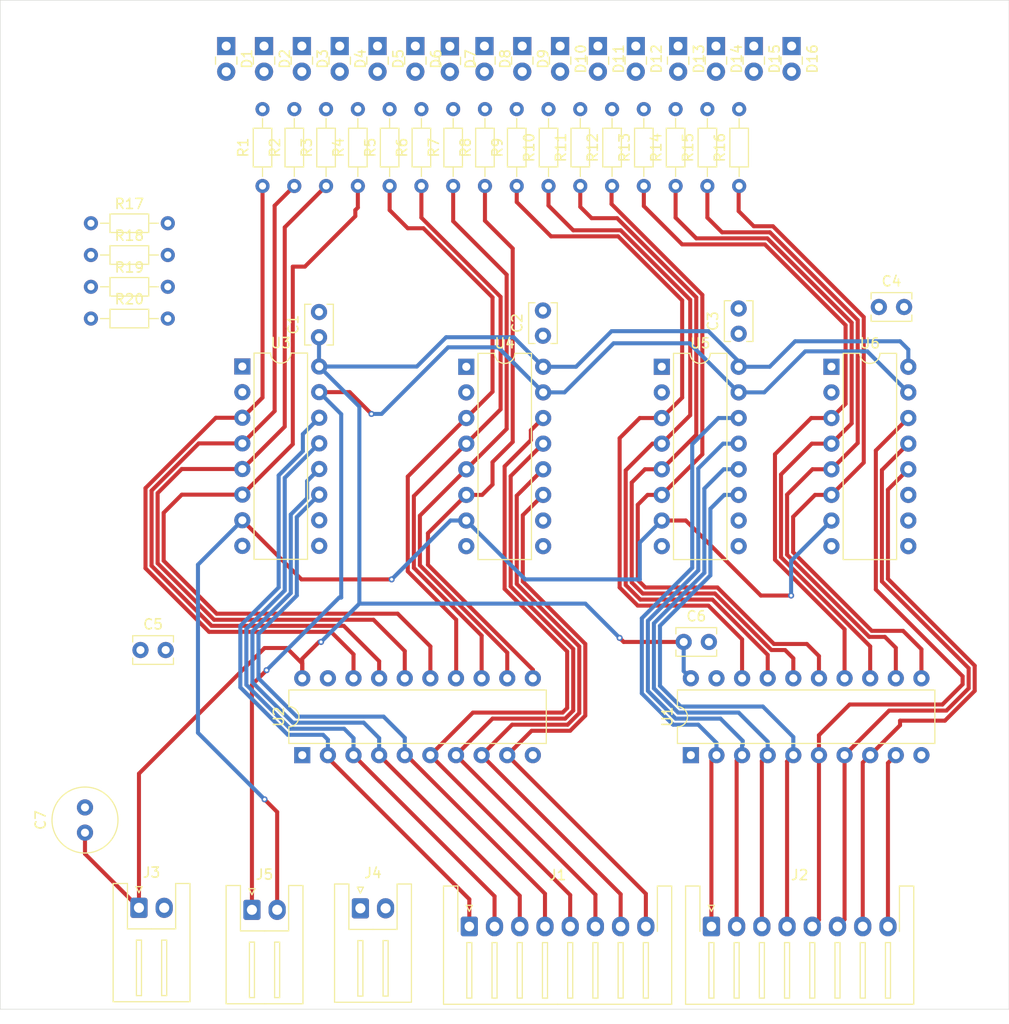
<source format=kicad_pcb>
(kicad_pcb (version 20240108) (generator "pcbnew") (generator_version "8.0")
  (layers (0 "F.Cu" signal) (31 "B.Cu" signal) (34 "B.Paste" user) (35 "F.Paste" user) (36 "B.SilkS" user "B.Silkscreen") (37 "F.SilkS" user "F.Silkscreen") (38 "B.Mask" user) (39 "F.Mask" user) (44 "Edge.Cuts" user))
  (net 0 "")
  (net 1 "GND")
  (net 2 "/B0")
  (net 3 "/B14")
  (net 4 "/B5")
  (net 5 "/B11")
  (net 6 "/B1")
  (net 7 "/B4")
  (net 8 "/B7")
  (net 9 "/B10")
  (net 10 "/B3")
  (net 11 "/B8")
  (net 12 "/B9")
  (net 13 "/B12")
  (net 14 "/B13")
  (net 15 "/B6")
  (net 16 "/B15")
  (net 17 "/B2")
  (net 18 "/DE_B")
  (net 19 "/CLK")
  (net 20 "/OE_B")
  (net 21 "+5V")
  (net 22 "/Y0")
  (net 23 "/Y1")
  (net 24 "/Y2")
  (net 25 "/Y3")
  (net 26 "/Y4")
  (net 27 "/Y5")
  (net 28 "/Y6")
  (net 29 "/Y7")
  (net 30 "/Y8")
  (net 31 "/Y9")
  (net 32 "/Y10")
  (net 33 "/Y11")
  (net 34 "/Y12")
  (net 35 "/Y13")
  (net 36 "/Y14")
  (net 37 "/Y15")
  (net 38 "/RST")
  (net 39 "Net-(D1-A)")
  (net 40 "Net-(D2-A)")
  (net 41 "Net-(D3-A)")
  (net 42 "Net-(D4-A)")
  (net 43 "Net-(D5-A)")
  (net 44 "Net-(D6-A)")
  (net 45 "Net-(D7-A)")
  (net 46 "Net-(D8-A)")
  (net 47 "Net-(D9-A)")
  (net 48 "Net-(D10-A)")
  (net 49 "Net-(D11-A)")
  (net 50 "Net-(D12-A)")
  (net 51 "Net-(D13-A)")
  (net 52 "Net-(D14-A)")
  (net 53 "Net-(D15-A)")
  (net 54 "Net-(D16-A)")
  (footprint "LED_THT:LED_Rectangular_W3.0mm_H2.0mm" (layer "F.Cu") (at 90.95 24.54 -90)
    (property "Reference" "D14")
    (property "Value" "LED" (hide yes))
  )
  (footprint "MountingHole:MountingHole_2.1mm" (layer "F.Cu") (at 116 24)
    (property "Reference" "H2" (hide yes))
    (property "Value" "MountingHole" (hide yes))
  )
  (footprint "Resistor_THT:R_Axial_DIN0204_L3.6mm_D1.6mm_P7.62mm_Horizontal" (layer "F.Cu") (at 61.75 38.41 90)
    (property "Reference" "R6")
    (property "Value" "1k")
  )
  (footprint "LED_THT:LED_Rectangular_W3.0mm_H2.0mm" (layer "F.Cu") (at 49.9 24.54 -90)
    (property "Reference" "D3")
    (property "Value" "LED" (hide yes))
  )
  (footprint "LED_THT:LED_Rectangular_W3.0mm_H2.0mm" (layer "F.Cu") (at 46.15 24.54 -90)
    (property "Reference" "D2")
    (property "Value" "LED" (hide yes))
  )
  (footprint "Connector_JST:JST_XH_S2B-XH-A_1x02_P2.50mm_Horizontal" (layer "F.Cu") (at 44.95 110.15)
    (property "Reference" "J5")
    (property "Value" "Conn_01x02_Pin" (hide yes))
  )
  (footprint "Resistor_THT:R_Axial_DIN0204_L3.6mm_D1.6mm_P7.62mm_Horizontal" (layer "F.Cu") (at 93.25 38.41 90)
    (property "Reference" "R16")
    (property "Value" "1k")
  )
  (footprint "Resistor_THT:R_Axial_DIN0204_L3.6mm_D1.6mm_P7.62mm_Horizontal" (layer "F.Cu") (at 86.95 38.41 90)
    (property "Reference" "R14")
    (property "Value" "1k")
  )
  (footprint "LED_THT:LED_Rectangular_W3.0mm_H2.0mm" (layer "F.Cu") (at 79.25 24.54 -90)
    (property "Reference" "D11")
    (property "Value" "LED" (hide yes))
  )
  (footprint "Resistor_THT:R_Axial_DIN0204_L3.6mm_D1.6mm_P7.62mm_Horizontal" (layer "F.Cu") (at 77.5 38.41 90)
    (property "Reference" "R11")
    (property "Value" "1k")
  )
  (footprint "Package_DIP:DIP-20_W7.62mm" (layer "F.Cu") (at 88.46 94.82 90)
    (property "Reference" "U1")
    (property "Value" "74LS245")
  )
  (footprint "Resistor_THT:R_Axial_DIN0204_L3.6mm_D1.6mm_P7.62mm_Horizontal" (layer "F.Cu") (at 68.05 38.41 90)
    (property "Reference" "R8")
    (property "Value" "1k")
  )
  (footprint "Capacitor_THT:C_Disc_D3.8mm_W2.6mm_P2.50mm" (layer "F.Cu") (at 87.75 83.6)
    (property "Reference" "C6")
    (property "Value" "10n")
  )
  (footprint "LED_THT:LED_Rectangular_W3.0mm_H2.0mm" (layer "F.Cu") (at 71.75 24.54 -90)
    (property "Reference" "D9")
    (property "Value" "LED" (hide yes))
  )
  (footprint "Connector_JST:JST_XH_S8B-XH-A-1_1x08_P2.50mm_Horizontal" (layer "F.Cu") (at 90.5 111.8)
    (property "Reference" "J2")
    (property "Value" "Conn_01x08_Pin")
  )
  (footprint "Package_DIP:DIP-20_W7.62mm" (layer "F.Cu") (at 49.94 94.82 90)
    (property "Reference" "U2")
    (property "Value" "74LS245")
  )
  (footprint "Resistor_THT:R_Axial_DIN0204_L3.6mm_D1.6mm_P7.62mm_Horizontal" (layer "F.Cu") (at 28.99 48.4)
    (property "Reference" "R19")
    (property "Value" "10k")
  )
  (footprint "Resistor_THT:R_Axial_DIN0204_L3.6mm_D1.6mm_P7.62mm_Horizontal" (layer "F.Cu") (at 55.45 38.41 90)
    (property "Reference" "R4")
    (property "Value" "1k")
  )
  (footprint "MountingHole:MountingHole_2.1mm" (layer "F.Cu") (at 24 24)
    (property "Reference" "H1" (hide yes))
    (property "Value" "MountingHole" (hide yes))
  )
  (footprint "LED_THT:LED_Rectangular_W3.0mm_H2.0mm" (layer "F.Cu") (at 57.4 24.54 -90)
    (property "Reference" "D5")
    (property "Value" "LED" (hide yes))
  )
  (footprint "Package_DIP:DIP-16_W7.62mm" (layer "F.Cu") (at 44 56.3)
    (property "Reference" "U3")
    (property "Value" "74LS173")
  )
  (footprint "LED_THT:LED_Rectangular_W3.0mm_H2.0mm" (layer "F.Cu") (at 87.2 24.54 -90)
    (property "Reference" "D13")
    (property "Value" "LED" (hide yes))
  )
  (footprint "LED_THT:LED_Rectangular_W3.0mm_H2.0mm" (layer "F.Cu") (at 42.4 24.54 -90)
    (property "Reference" "D1")
    (property "Value" "LED" (hide yes))
  )
  (footprint "LED_THT:LED_Rectangular_W3.0mm_H2.0mm" (layer "F.Cu") (at 75.5 24.54 -90)
    (property "Reference" "D10")
    (property "Value" "LED" (hide yes))
  )
  (footprint "Resistor_THT:R_Axial_DIN0204_L3.6mm_D1.6mm_P7.62mm_Horizontal" (layer "F.Cu") (at 71.2 38.41 90)
    (property "Reference" "R9")
    (property "Value" "1k")
  )
  (footprint "LED_THT:LED_Rectangular_W3.0mm_H2.0mm" (layer "F.Cu") (at 64.57 24.56 -90)
    (property "Reference" "D7")
    (property "Value" "LED" (hide yes))
  )
  (footprint "Resistor_THT:R_Axial_DIN0204_L3.6mm_D1.6mm_P7.62mm_Horizontal" (layer "F.Cu") (at 28.99 42.1)
    (property "Reference" "R17")
    (property "Value" "10k")
  )
  (footprint "LED_THT:LED_Rectangular_W3.0mm_H2.0mm" (layer "F.Cu") (at 83 24.54 -90)
    (property "Reference" "D12")
    (property "Value" "LED" (hide yes))
  )
  (footprint "Capacitor_THT:C_Radial_D6.3mm_H11.0mm_P2.50mm" (layer "F.Cu") (at 28.4 102.5 90)
    (property "Reference" "C7")
    (property "Value" "1uF")
  )
  (footprint "Connector_JST:JST_XH_S2B-XH-A_1x02_P2.50mm_Horizontal" (layer "F.Cu") (at 55.7 110)
    (property "Reference" "J4")
    (property "Value" "Conn_01x02_Pin" (hide yes))
  )
  (footprint "Capacitor_THT:C_Disc_D3.8mm_W2.6mm_P2.50mm" (layer "F.Cu") (at 51.6 53.4 90)
    (property "Reference" "C1")
    (property "Value" "10n")
  )
  (footprint "Package_DIP:DIP-16_W7.62mm" (layer "F.Cu") (at 85.58 56.325)
    (property "Reference" "U5")
    (property "Value" "74LS173")
  )
  (footprint "Resistor_THT:R_Axial_DIN0204_L3.6mm_D1.6mm_P7.62mm_Horizontal" (layer "F.Cu") (at 49.15 38.41 90)
    (property "Reference" "R2")
    (property "Value" "1k")
  )
  (footprint "Resistor_THT:R_Axial_DIN0204_L3.6mm_D1.6mm_P7.62mm_Horizontal" (layer "F.Cu") (at 64.9 38.41 90)
    (property "Reference" "R7")
    (property "Value" "1k")
  )
  (footprint "MountingHole:MountingHole_2.1mm" (layer "F.Cu") (at 116 116)
    (property "Reference" "H4" (hide yes))
    (property "Value" "MountingHole" (hide yes))
  )
  (footprint "Resistor_THT:R_Axial_DIN0204_L3.6mm_D1.6mm_P7.62mm_Horizontal" (layer "F.Cu") (at 74.35 38.41 90)
    (property "Reference" "R10")
    (property "Value" "1k")
  )
  (footprint "Resistor_THT:R_Axial_DIN0204_L3.6mm_D1.6mm_P7.62mm_Horizontal" (layer "F.Cu") (at 46 38.41 90)
    (property "Reference" "R1")
    (property "Value" "1k")
  )
  (footprint "Resistor_THT:R_Axial_DIN0204_L3.6mm_D1.6mm_P7.62mm_Horizontal" (layer "F.Cu") (at 80.65 38.41 90)
    (property "Reference" "R12")
    (property "Value" "1k")
  )
  (footprint "Connector_JST:JST_XH_S8B-XH-A-1_1x08_P2.50mm_Horizontal" (layer "F.Cu") (at 66.5 111.8)
    (property "Reference" "J1")
    (property "Value" "Conn_01x08_Pin" (hide yes))
  )
  (footprint "Capacitor_THT:C_Disc_D3.8mm_W2.6mm_P2.50mm" (layer "F.Cu") (at 93.2 53.05 90)
    (property "Reference" "C3")
    (property "Value" "10n")
  )
  (footprint "MountingHole:MountingHole_2.1mm" (layer "F.Cu") (at 24 116)
    (property "Reference" "H3" (hide yes))
    (property "Value" "MountingHole" (hide yes))
  )
  (footprint "LED_THT:LED_Rectangular_W3.0mm_H2.0mm" (layer "F.Cu") (at 61.15 24.54 -90)
    (property "Reference" "D6")
    (property "Value" "LED" (hide yes))
  )
  (footprint "LED_THT:LED_Rectangular_W3.0mm_H2.0mm" (layer "F.Cu") (at 68 24.54 -90)
    (property "Reference" "D8")
    (property "Value" "LED" (hide yes))
  )
  (footprint "LED_THT:LED_Rectangular_W3.0mm_H2.0mm" (layer "F.Cu") (at 94.7 24.54 -90)
    (property "Reference" "D15")
    (property "Value" "LED" (hide yes))
  )
  (footprint "Capacitor_THT:C_Disc_D3.8mm_W2.6mm_P2.50mm" (layer "F.Cu") (at 33.9 84.4)
    (property "Reference" "C5")
    (property "Value" "10n")
  )
  (footprint "Connector_JST:JST_XH_S2B-XH-A_1x02_P2.50mm_Horizontal" (layer "F.Cu") (at 33.75 109.95)
    (property "Reference" "J3")
    (property "Value" "Conn_01x02_Pin" (hide yes))
  )
  (footprint "Resistor_THT:R_Axial_DIN0204_L3.6mm_D1.6mm_P7.62mm_Horizontal" (layer "F.Cu") (at 58.6 38.41 90)
    (property "Reference" "R5")
    (property "Value" "1k")
  )
  (footprint "Resistor_THT:R_Axial_DIN0204_L3.6mm_D1.6mm_P7.62mm_Horizontal" (layer "F.Cu") (at 28.99 45.25)
    (property "Reference" "R18")
    (property "Value" "10k")
  )
  (footprint "Resistor_THT:R_Axial_DIN0204_L3.6mm_D1.6mm_P7.62mm_Horizontal" (layer "F.Cu") (at 52.3 38.41 90)
    (property "Reference" "R3")
    (property "Value" "1k")
  )
  (footprint "Capacitor_THT:C_Disc_D3.8mm_W2.6mm_P2.50mm" (layer "F.Cu") (at 107.1 50.4)
    (property "Reference" "C4")
    (property "Value" "10n")
  )
  (footprint "Resistor_THT:R_Axial_DIN0204_L3.6mm_D1.6mm_P7.62mm_Horizontal" (layer "F.Cu") (at 90.1 38.41 90)
    (property "Reference" "R15")
    (property "Value" "1k")
  )
  (footprint "Capacitor_THT:C_Disc_D3.8mm_W2.6mm_P2.50mm" (layer "F.Cu") (at 73.8 53.25 90)
    (property "Reference" "C2")
    (property "Value" "10n")
  )
  (footprint "Resistor_THT:R_Axial_DIN0204_L3.6mm_D1.6mm_P7.62mm_Horizontal" (layer "F.Cu") (at 83.8 38.41 90)
    (property "Reference" "R13")
    (property "Value" "1k")
  )
  (footprint "LED_THT:LED_Rectangular_W3.0mm_H2.0mm" (layer "F.Cu") (at 98.45 24.54 -90)
    (property "Reference" "D16")
    (property "Value" "LED" (hide yes))
  )
  (footprint "Package_DIP:DIP-16_W7.62mm" (layer "F.Cu") (at 66.2 56.325)
    (property "Reference" "U4")
    (property "Value" "74LS173")
  )
  (footprint "Package_DIP:DIP-16_W7.62mm" (layer "F.Cu") (at 102.4 56.325)
    (property "Reference" "U6")
    (property "Value" "74LS173")
  )
  (footprint "LED_THT:LED_Rectangular_W3.0mm_H2.0mm" (layer "F.Cu") (at 53.65 24.54 -90)
    (property "Reference" "D4")
    (property "Value" "LED" (hide yes))
  )
  (footprint "Resistor_THT:R_Axial_DIN0204_L3.6mm_D1.6mm_P7.62mm_Horizontal" (layer "F.Cu") (at 28.99 51.55)
    (property "Reference" "R20")
    (property "Value" "10k")
  )
  (gr_rect (start 20 20) (end 120 120) (stroke (width 0.05)) (fill none) (layer "Edge.Cuts"))
  (segment (start 52.48 95.08) (end 52.48 94.82) (width 0.4) (layer "F.Cu") (net 2))
  (segment (start 66.5 111.8) (end 66.5 109.1) (width 0.4) (layer "F.Cu") (net 2))
  (segment (start 66.5 109.1) (end 52.48 95.08) (width 0.4) (layer "F.Cu") (net 2))
  (segment (start 48.502944 92.8) (end 43.8 88.097056) (width 0.4) (layer "B.Cu") (net 2))
  (segment (start 52 92.8) (end 48.502944 92.8) (width 0.4) (layer "B.Cu") (net 2))
  (segment (start 50 63) (end 51.62 61.38) (width 0.4) (layer "B.Cu") (net 2))
  (segment (start 47.6 67.091472) (end 50 64.691472) (width 0.4) (layer "B.Cu") (net 2))
  (segment (start 52.48 94.82) (end 52.48 93.28) (width 0.4) (layer "B.Cu") (net 2))
  (segment (start 43.8 88.097056) (end 43.8 82) (width 0.4) (layer "B.Cu") (net 2))
  (segment (start 52.48 93.28) (end 52 92.8) (width 0.4) (layer "B.Cu") (net 2))
  (segment (start 50 64.691472) (end 50 63) (width 0.4) (layer "B.Cu") (net 2))
  (segment (start 47.6 78.2) (end 47.6 67.091472) (width 0.4) (layer "B.Cu") (net 2))
  (segment (start 43.8 82) (end 47.6 78.2) (width 0.4) (layer "B.Cu") (net 2))
  (segment (start 110.02 66.485) (end 108 68.505) (width 0.4) (layer "F.Cu") (net 3))
  (segment (start 108 68.505) (end 108 77.351472) (width 0.4) (layer "F.Cu") (net 3))
  (segment (start 116.6 88.448528) (end 113.648528 91.4) (width 0.4) (layer "F.Cu") (net 3))
  (segment (start 105.5 95.56) (end 106.24 94.82) (width 0.4) (layer "F.Cu") (net 3))
  (segment (start 113.648528 91.4) (end 109.2 91.4) (width 0.4) (layer "F.Cu") (net 3))
  (segment (start 109.2 91.4) (end 109.2 91.86) (width 0.4) (layer "F.Cu") (net 3))
  (segment (start 108 77.351472) (end 116.6 85.951472) (width 0.4) (layer "F.Cu") (net 3))
  (segment (start 109.2 91.86) (end 106.24 94.82) (width 0.4) (layer "F.Cu") (net 3))
  (segment (start 105.5 111.8) (end 105.5 95.56) (width 0.4) (layer "F.Cu") (net 3))
  (segment (start 116.6 85.951472) (end 116.6 88.448528) (width 0.4) (layer "F.Cu") (net 3))
  (segment (start 76 91.2) (end 76.8 90.4) (width 0.4) (layer "F.Cu") (net 4))
  (segment (start 65.18 94.82) (end 68.8 91.2) (width 0.4) (layer "F.Cu") (net 4))
  (segment (start 76.8 84.297056) (end 70.6 78.097056) (width 0.4) (layer "F.Cu") (net 4))
  (segment (start 65.18 94.82) (end 79 108.64) (width 0.4) (layer "F.Cu") (net 4))
  (segment (start 70.6 67.165) (end 73.82 63.945) (width 0.4) (layer "F.Cu") (net 4))
  (segment (start 76.8 90.4) (end 76.8 84.297056) (width 0.4) (layer "F.Cu") (net 4))
  (segment (start 79 108.64) (end 79 111.8) (width 0.4) (layer "F.Cu") (net 4))
  (segment (start 68.8 91.2) (end 76 91.2) (width 0.4) (layer "F.Cu") (net 4))
  (segment (start 70.6 78.097056) (end 70.6 67.165) (width 0.4) (layer "F.Cu") (net 4))
  (segment (start 98 111.8) (end 98 95.44) (width 0.4) (layer "F.Cu") (net 5))
  (segment (start 98 95.44) (end 98.62 94.82) (width 0.4) (layer "F.Cu") (net 5))
  (segment (start 90.4 70.4) (end 90.4 77) (width 0.4) (layer "B.Cu") (net 5))
  (segment (start 90.4 77) (end 85.4 82) (width 0.4) (layer "B.Cu") (net 5))
  (segment (start 93.2 69.025) (end 91.775 69.025) (width 0.4) (layer "B.Cu") (net 5))
  (segment (start 95.6 90) (end 98.62 93.02) (width 0.4) (layer "B.Cu") (net 5))
  (segment (start 91.775 69.025) (end 90.4 70.4) (width 0.4) (layer "B.Cu") (net 5))
  (segment (start 98.62 93.02) (end 98.62 94.82) (width 0.4) (layer "B.Cu") (net 5))
  (segment (start 85.4 82) (end 85.4 87.951472) (width 0.4) (layer "B.Cu") (net 5))
  (segment (start 85.4 87.951472) (end 87.448528 90) (width 0.4) (layer "B.Cu") (net 5))
  (segment (start 87.448528 90) (end 95.6 90) (width 0.4) (layer "B.Cu") (net 5))
  (segment (start 69 111.8) (end 69 108.8) (width 0.4) (layer "F.Cu") (net 6))
  (segment (start 69 108.8) (end 55.02 94.82) (width 0.4) (layer "F.Cu") (net 6))
  (segment (start 48.751472 92.2) (end 44.4 87.848528) (width 0.4) (layer "B.Cu") (net 6))
  (segment (start 54.091472 92.2) (end 48.751472 92.2) (width 0.4) (layer "B.Cu") (net 6))
  (segment (start 44.4 87.848528) (end 44.4 82.302944) (width 0.4) (layer "B.Cu") (net 6))
  (segment (start 44.4 82.302944) (end 48.2 78.502944) (width 0.4) (layer "B.Cu") (net 6))
  (segment (start 48.2 78.502944) (end 48.2 67.34) (width 0.4) (layer "B.Cu") (net 6))
  (segment (start 48.2 67.34) (end 51.62 63.92) (width 0.4) (layer "B.Cu") (net 6))
  (segment (start 55.02 94.82) (end 55.02 93.128528) (width 0.4) (layer "B.Cu") (net 6))
  (segment (start 55.02 93.128528) (end 54.091472 92.2) (width 0.4) (layer "B.Cu") (net 6))
  (segment (start 72.6 62.625) (end 73.82 61.405) (width 0.4) (layer "F.Cu") (net 7))
  (segment (start 70 66.2) (end 72.6 63.6) (width 0.4) (layer "F.Cu") (net 7))
  (segment (start 75.751472 90.6) (end 76.2 90.151472) (width 0.4) (layer "F.Cu") (net 7))
  (segment (start 66.86 90.6) (end 75.751472 90.6) (width 0.4) (layer "F.Cu") (net 7))
  (segment (start 76.2 90.151472) (end 76.2 84.545584) (width 0.4) (layer "F.Cu") (net 7))
  (segment (start 76.2 84.545584) (end 70 78.345584) (width 0.4) (layer "F.Cu") (net 7))
  (segment (start 76.5 108.68) (end 76.5 111.8) (width 0.4) (layer "F.Cu") (net 7))
  (segment (start 62.64 94.82) (end 76.5 108.68) (width 0.4) (layer "F.Cu") (net 7))
  (segment (start 62.64 94.82) (end 66.86 90.6) (width 0.4) (layer "F.Cu") (net 7))
  (segment (start 72.6 63.6) (end 72.6 62.625) (width 0.4) (layer "F.Cu") (net 7))
  (segment (start 70 78.345584) (end 70 66.2) (width 0.4) (layer "F.Cu") (net 7))
  (segment (start 71.8 71.045) (end 73.82 69.025) (width 0.4) (layer "F.Cu") (net 8))
  (segment (start 70.26 94.82) (end 72.68 92.4) (width 0.4) (layer "F.Cu") (net 8))
  (segment (start 72.68 92.4) (end 76.497056 92.4) (width 0.4) (layer "F.Cu") (net 8))
  (segment (start 78 83.8) (end 71.8 77.6) (width 0.4) (layer "F.Cu") (net 8))
  (segment (start 84 108.56) (end 84 111.8) (width 0.4) (layer "F.Cu") (net 8))
  (segment (start 70.26 94.82) (end 84 108.56) (width 0.4) (layer "F.Cu") (net 8))
  (segment (start 78 90.897056) (end 78 83.8) (width 0.4) (layer "F.Cu") (net 8))
  (segment (start 71.8 77.6) (end 71.8 71.045) (width 0.4) (layer "F.Cu") (net 8))
  (segment (start 76.497056 92.4) (end 78 90.897056) (width 0.4) (layer "F.Cu") (net 8))
  (segment (start 95.5 111.8) (end 95.5 95.4) (width 0.4) (layer "F.Cu") (net 9))
  (segment (start 95.5 95.4) (end 96.08 94.82) (width 0.4) (layer "F.Cu") (net 9))
  (segment (start 91.715 66.485) (end 93.2 66.485) (width 0.4) (layer "B.Cu") (net 9))
  (segment (start 96.08 94.82) (end 96.08 93.48) (width 0.4) (layer "B.Cu") (net 9))
  (segment (start 89.8 68.4) (end 91.715 66.485) (width 0.4) (layer "B.Cu") (net 9))
  (segment (start 84.8 88.2) (end 84.8 81.751472) (width 0.4) (layer "B.Cu") (net 9))
  (segment (start 87.2 90.6) (end 84.8 88.2) (width 0.4) (layer "B.Cu") (net 9))
  (segment (start 89.8 76.751472) (end 89.8 68.4) (width 0.4) (layer "B.Cu") (net 9))
  (segment (start 96.08 93.48) (end 93.2 90.6) (width 0.4) (layer "B.Cu") (net 9))
  (segment (start 84.8 81.751472) (end 89.8 76.751472) (width 0.4) (layer "B.Cu") (net 9))
  (segment (start 93.2 90.6) (end 87.2 90.6) (width 0.4) (layer "B.Cu") (net 9))
  (segment (start 60.1 94.82) (end 60.268528 94.82) (width 0.4) (layer "F.Cu") (net 10))
  (segment (start 60.268528 94.82) (end 74 108.551472) (width 0.4) (layer "F.Cu") (net 10))
  (segment (start 74 108.551472) (end 74 111.8) (width 0.4) (layer "F.Cu") (net 10))
  (segment (start 60.1 94.82) (end 60.1 93.1) (width 0.4) (layer "B.Cu") (net 10))
  (segment (start 58 91) (end 49.4 91) (width 0.4) (layer "B.Cu") (net 10))
  (segment (start 49.4 71.22) (end 51.62 69) (width 0.4) (layer "B.Cu") (net 10))
  (segment (start 45.6 82.8) (end 49.4 79) (width 0.4) (layer "B.Cu") (net 10))
  (segment (start 60.1 93.1) (end 58 91) (width 0.4) (layer "B.Cu") (net 10))
  (segment (start 49.4 79) (end 49.4 71.22) (width 0.4) (layer "B.Cu") (net 10))
  (segment (start 49.4 91) (end 45.6 87.2) (width 0.4) (layer "B.Cu") (net 10))
  (segment (start 45.6 87.2) (end 45.6 82.8) (width 0.4) (layer "B.Cu") (net 10))
  (segment (start 90.5 111.8) (end 90.5 95.32) (width 0.4) (layer "F.Cu") (net 11))
  (segment (start 90.5 95.32) (end 91 94.82) (width 0.4) (layer "F.Cu") (net 11))
  (segment (start 93.2 61.405) (end 91.195 61.405) (width 0.4) (layer "B.Cu") (net 11))
  (segment (start 86.702944 91.8) (end 89.2 91.8) (width 0.4) (layer "B.Cu") (net 11))
  (segment (start 83.6 88.697056) (end 86.702944 91.8) (width 0.4) (layer "B.Cu") (net 11))
  (segment (start 88.6 76.254416) (end 83.6 81.254416) (width 0.4) (layer "B.Cu") (net 11))
  (segment (start 89.2 91.8) (end 91 93.6) (width 0.4) (layer "B.Cu") (net 11))
  (segment (start 88.6 64) (end 88.6 76.254416) (width 0.4) (layer "B.Cu") (net 11))
  (segment (start 91.195 61.405) (end 88.6 64) (width 0.4) (layer "B.Cu") (net 11))
  (segment (start 91 93.6) (end 91 94.82) (width 0.4) (layer "B.Cu") (net 11))
  (segment (start 83.6 81.254416) (end 83.6 88.697056) (width 0.4) (layer "B.Cu") (net 11))
  (segment (start 93 111.8) (end 93 95.36) (width 0.4) (layer "F.Cu") (net 12))
  (segment (start 93 95.36) (end 93.54 94.82) (width 0.4) (layer "F.Cu") (net 12))
  (segment (start 89.2 66.4) (end 89.2 76.502944) (width 0.4) (layer "B.Cu") (net 12))
  (segment (start 93.2 63.945) (end 91.655 63.945) (width 0.4) (layer "B.Cu") (net 12))
  (segment (start 91.4 91.2) (end 93.6 93.4) (width 0.4) (layer "B.Cu") (net 12))
  (segment (start 84.2 81.502944) (end 84.2 88.448528) (width 0.4) (layer "B.Cu") (net 12))
  (segment (start 86.951472 91.2) (end 91.4 91.2) (width 0.4) (layer "B.Cu") (net 12))
  (segment (start 84.2 88.448528) (end 86.951472 91.2) (width 0.4) (layer "B.Cu") (net 12))
  (segment (start 93.54 93.86) (end 93.54 94.82) (width 0.4) (layer "B.Cu") (net 12))
  (segment (start 91.655 63.945) (end 89.2 66.4) (width 0.4) (layer "B.Cu") (net 12))
  (segment (start 93.6 93.8) (end 93.54 93.86) (width 0.4) (layer "B.Cu") (net 12))
  (segment (start 89.2 76.502944) (end 84.2 81.502944) (width 0.4) (layer "B.Cu") (net 12))
  (segment (start 93.6 93.4) (end 93.6 93.8) (width 0.4) (layer "B.Cu") (net 12))
  (segment (start 106.8 78.4) (end 115.4 87) (width 0.4) (layer "F.Cu") (net 13))
  (segment (start 104.2 89.8) (end 101.16 92.84) (width 0.4) (layer "F.Cu") (net 13))
  (segment (start 115.4 87) (end 115.4 87.8) (width 0.4) (layer "F.Cu") (net 13))
  (segment (start 101.16 92.84) (end 101.16 94.82) (width 0.4) (layer "F.Cu") (net 13))
  (segment (start 106.8 64.625) (end 106.8 78.4) (width 0.4) (layer "F.Cu") (net 13))
  (segment (start 113.4 89.8) (end 104.2 89.8) (width 0.4) (layer "F.Cu") (net 13))
  (segment (start 115.4 87.8) (end 113.4 89.8) (width 0.4) (layer "F.Cu") (net 13))
  (segment (start 101.16 94.82) (end 101.16 111.14) (width 0.4) (layer "F.Cu") (net 13))
  (segment (start 110.02 61.405) (end 106.8 64.625) (width 0.4) (layer "F.Cu") (net 13))
  (segment (start 101.16 111.14) (end 100.5 111.8) (width 0.4) (layer "F.Cu") (net 13))
  (segment (start 108.12 90.4) (end 113.8 90.4) (width 0.4) (layer "F.Cu") (net 14))
  (segment (start 103.7 111.1) (end 103 111.8) (width 0.4) (layer "F.Cu") (net 14))
  (segment (start 103.7 94.82) (end 103.7 111.1) (width 0.4) (layer "F.Cu") (net 14))
  (segment (start 113.8 90.4) (end 116 88.2) (width 0.4) (layer "F.Cu") (net 14))
  (segment (start 107.4 77.6) (end 107.4 66.565) (width 0.4) (layer "F.Cu") (net 14))
  (segment (start 103.7 94.82) (end 108.12 90.4) (width 0.4) (layer "F.Cu") (net 14))
  (segment (start 116 86.2) (end 107.4 77.6) (width 0.4) (layer "F.Cu") (net 14))
  (segment (start 107.4 66.565) (end 110.02 63.945) (width 0.4) (layer "F.Cu") (net 14))
  (segment (start 116 88.2) (end 116 86.2) (width 0.4) (layer "F.Cu") (net 14))
  (segment (start 71.2 69.105) (end 73.82 66.485) (width 0.4) (layer "F.Cu") (net 15))
  (segment (start 81.5 108.6) (end 81.5 111.8) (width 0.4) (layer "F.Cu") (net 15))
  (segment (start 70.74 91.8) (end 76.248528 91.8) (width 0.4) (layer "F.Cu") (net 15))
  (segment (start 77.4 84.048528) (end 71.2 77.848528) (width 0.4) (layer "F.Cu") (net 15))
  (segment (start 77.4 90.648528) (end 77.4 84.048528) (width 0.4) (layer "F.Cu") (net 15))
  (segment (start 67.72 94.82) (end 70.74 91.8) (width 0.4) (layer "F.Cu") (net 15))
  (segment (start 71.2 77.848528) (end 71.2 69.105) (width 0.4) (layer "F.Cu") (net 15))
  (segment (start 67.72 94.82) (end 81.5 108.6) (width 0.4) (layer "F.Cu") (net 15))
  (segment (start 76.248528 91.8) (end 77.4 90.648528) (width 0.4) (layer "F.Cu") (net 15))
  (segment (start 108 111.8) (end 108 95.6) (width 0.4) (layer "F.Cu") (net 16))
  (segment (start 108 95.6) (end 108.78 94.82) (width 0.4) (layer "F.Cu") (net 16))
  (segment (start 71.5 111.8) (end 71.5 108.76) (width 0.4) (layer "F.Cu") (net 17))
  (segment (start 71.5 108.76) (end 57.56 94.82) (width 0.4) (layer "F.Cu") (net 17))
  (segment (start 45 87.6) (end 45 82.551472) (width 0.4) (layer "B.Cu") (net 17))
  (segment (start 48.8 78.751472) (end 48.8 70.971472) (width 0.4) (layer "B.Cu") (net 17))
  (segment (start 48.8 70.971472) (end 50.42 69.351472) (width 0.4) (layer "B.Cu") (net 17))
  (segment (start 45 82.551472) (end 48.8 78.751472) (width 0.4) (layer "B.Cu") (net 17))
  (segment (start 50.42 67.66) (end 51.62 66.46) (width 0.4) (layer "B.Cu") (net 17))
  (segment (start 49 91.6) (end 45 87.6) (width 0.4) (layer "B.Cu") (net 17))
  (segment (start 57.56 94.82) (end 57.56 93.128528) (width 0.4) (layer "B.Cu") (net 17))
  (segment (start 50.42 69.351472) (end 50.42 67.66) (width 0.4) (layer "B.Cu") (net 17))
  (segment (start 57.56 93.128528) (end 56.031472 91.6) (width 0.4) (layer "B.Cu") (net 17))
  (segment (start 56.031472 91.6) (end 49 91.6) (width 0.4) (layer "B.Cu") (net 17))
  (segment (start 47.45 100.45) (end 46.2 99.2) (width 0.4) (layer "F.Cu") (net 19))
  (segment (start 95.4 79) (end 98.4 79) (width 0.4) (layer "F.Cu") (net 19))
  (segment (start 44 71.54) (end 49.86 77.4) (width 0.4) (layer "F.Cu") (net 19))
  (segment (start 85.58 71.565) (end 87.965 71.565) (width 0.4) (layer "F.Cu") (net 19))
  (segment (start 87.965 71.565) (end 95.4 79) (width 0.4) (layer "F.Cu") (net 19))
  (segment (start 47.45 110.15) (end 47.45 100.45) (width 0.4) (layer "F.Cu") (net 19))
  (segment (start 49.86 77.4) (end 58.8 77.4) (width 0.4) (layer "F.Cu") (net 19))
  (via (at 46.2 99.2) (size 0.6) (drill 0.3) (layers "F.Cu" "B.Cu") (net 19))
  (via (at 58.8 77.4) (size 0.6) (drill 0.3) (layers "F.Cu" "B.Cu") (net 19))
  (via (at 98.4 79) (size 0.6) (drill 0.3) (layers "F.Cu" "B.Cu") (net 19))
  (segment (start 72.035 77.4) (end 83.4 77.4) (width 0.4) (layer "B.Cu") (net 19))
  (segment (start 83.4 73.745) (end 85.58 71.565) (width 0.4) (layer "B.Cu") (net 19))
  (segment (start 39.6 92.6) (end 39.6 75.94) (width 0.4) (layer "B.Cu") (net 19))
  (segment (start 66.2 71.565) (end 72.035 77.4) (width 0.4) (layer "B.Cu") (net 19))
  (segment (start 46.2 99.2) (end 39.6 92.6) (width 0.4) (layer "B.Cu") (net 19))
  (segment (start 98.4 79) (end 98.4 75.565) (width 0.4) (layer "B.Cu") (net 19))
  (segment (start 39.6 75.94) (end 44 71.54) (width 0.4) (layer "B.Cu") (net 19))
  (segment (start 83.4 77.4) (end 83.4 73.745) (width 0.4) (layer "B.Cu") (net 19))
  (segment (start 58.8 77.4) (end 64.635 71.565) (width 0.4) (layer "B.Cu") (net 19))
  (segment (start 98.4 75.565) (end 102.4 71.565) (width 0.4) (layer "B.Cu") (net 19))
  (segment (start 64.635 71.565) (end 66.2 71.565) (width 0.4) (layer "B.Cu") (net 19))
  (segment (start 48.4 84.2) (end 49.94 85.74) (width 0.4) (layer "F.Cu") (net 21))
  (segment (start 81.8 83.6) (end 87.75 83.6) (width 0.4) (layer "F.Cu") (net 21))
  (segment (start 49.94 85.74) (end 49.94 87.2) (width 0.4) (layer "F.Cu") (net 21))
  (segment (start 81.4 83.2) (end 81.8 83.6) (width 0.4) (layer "F.Cu") (net 21))
  (segment (start 33.75 109.95) (end 33.75 96.65) (width 0.4) (layer "F.Cu") (net 21))
  (segment (start 28.4 104.6) (end 33.75 109.95) (width 0.4) (layer "F.Cu") (net 21))
  (segment (start 51.4 83.8) (end 51.6 83.6) (width 0.4) (layer "F.Cu") (net 21))
  (segment (start 46.2 84.2) (end 48.4 84.2) (width 0.4) (layer "F.Cu") (net 21))
  (segment (start 49.94 85.26) (end 51.4 83.8) (width 0.4) (layer "F.Cu") (net 21))
  (segment (start 49.94 87.2) (end 49.94 85.26) (width 0.4) (layer "F.Cu") (net 21))
  (segment (start 33.75 96.65) (end 46.2 84.2) (width 0.4) (layer "F.Cu") (net 21))
  (segment (start 51.6 83.6) (end 51.8 83.6) (width 0.4) (layer "F.Cu") (net 21))
  (segment (start 28.4 102.5) (end 28.4 104.6) (width 0.4) (layer "F.Cu") (net 21))
  (via (at 81.4 83.2) (size 0.6) (drill 0.3) (layers "F.Cu" "B.Cu") (net 21))
  (via (at 51.8 83.6) (size 0.6) (drill 0.3) (layers "F.Cu" "B.Cu") (net 21))
  (segment (start 55.6 79.8) (end 55.6 60.28) (width 0.4) (layer "B.Cu") (net 21))
  (segment (start 51.62 56.3) (end 61.3 56.3) (width 0.4) (layer "B.Cu") (net 21))
  (segment (start 90.2 52.8) (end 93.2 55.8) (width 0.4) (layer "B.Cu") (net 21))
  (segment (start 93.2 56.325) (end 96.275 56.325) (width 0.4) (layer "B.Cu") (net 21))
  (segment (start 51.8 83.6) (end 55.6 79.8) (width 0.4) (layer "B.Cu") (net 21))
  (segment (start 55.6 60.28) (end 51.62 56.3) (width 0.4) (layer "B.Cu") (net 21))
  (segment (start 80.6 52.8) (end 90.2 52.8) (width 0.4) (layer "B.Cu") (net 21))
  (segment (start 109.2 53.8) (end 110.02 54.62) (width 0.4) (layer "B.Cu") (net 21))
  (segment (start 51.6 56.28) (end 51.62 56.3) (width 0.4) (layer "B.Cu") (net 21))
  (segment (start 78 79.8) (end 81.4 83.2) (width 0.4) (layer "B.Cu") (net 21))
  (segment (start 77.075 56.325) (end 80.6 52.8) (width 0.4) (layer "B.Cu") (net 21))
  (segment (start 98.8 53.8) (end 109.2 53.8) (width 0.4) (layer "B.Cu") (net 21))
  (segment (start 73.82 56.325) (end 77.075 56.325) (width 0.4) (layer "B.Cu") (net 21))
  (segment (start 93.2 55.8) (end 93.2 56.325) (width 0.4) (layer "B.Cu") (net 21))
  (segment (start 110.02 54.62) (end 110.02 56.325) (width 0.4) (layer "B.Cu") (net 21))
  (segment (start 70.895 53.4) (end 73.82 56.325) (width 0.4) (layer "B.Cu") (net 21))
  (segment (start 96.275 56.325) (end 98.8 53.8) (width 0.4) (layer "B.Cu") (net 21))
  (segment (start 61.3 56.3) (end 64.2 53.4) (width 0.4) (layer "B.Cu") (net 21))
  (segment (start 55.6 79.8) (end 78 79.8) (width 0.4) (layer "B.Cu") (net 21))
  (segment (start 51.6 53.4) (end 51.6 56.28) (width 0.4) (layer "B.Cu") (net 21))
  (segment (start 87.75 83.6) (end 87.75 86.49) (width 0.4) (layer "B.Cu") (net 21))
  (segment (start 87.75 86.49) (end 88.46 87.2) (width 0.4) (layer "B.Cu") (net 21))
  (segment (start 64.2 53.4) (end 70.895 53.4) (width 0.4) (layer "B.Cu") (net 21))
  (segment (start 52.8 82.6) (end 55.02 84.82) (width 0.4) (layer "F.Cu") (net 22))
  (segment (start 44 61.38) (end 46 59.38) (width 0.4) (layer "F.Cu") (net 22))
  (segment (start 34.4 68.351472) (end 34.4 76.297056) (width 0.4) (layer "F.Cu") (net 22))
  (segment (start 44 61.38) (end 41.371472 61.38) (width 0.4) (layer "F.Cu") (net 22))
  (segment (start 55.02 84.82) (end 55.02 87.2) (width 0.4) (layer "F.Cu") (net 22))
  (segment (start 40.702944 82.6) (end 52.8 82.6) (width 0.4) (layer "F.Cu") (net 22))
  (segment (start 41.371472 61.38) (end 34.4 68.351472) (width 0.4) (layer "F.Cu") (net 22))
  (segment (start 46 59.38) (end 46 38.41) (width 0.4) (layer "F.Cu") (net 22))
  (segment (start 34.4 76.297056) (end 40.702944 82.6) (width 0.4) (layer "F.Cu") (net 22))
  (segment (start 57.56 85.508528) (end 57.56 87.2) (width 0.4) (layer "F.Cu") (net 23))
  (segment (start 47.2 60.72) (end 47.2 40.36) (width 0.4) (layer "F.Cu") (net 23))
  (segment (start 35 76.048528) (end 40.951472 82) (width 0.4) (layer "F.Cu") (net 23))
  (segment (start 35 68.6) (end 35 76.048528) (width 0.4) (layer "F.Cu") (net 23))
  (segment (start 44 63.92) (end 47.2 60.72) (width 0.4) (layer "F.Cu") (net 23))
  (segment (start 54.051472 82) (end 57.56 85.508528) (width 0.4) (layer "F.Cu") (net 23))
  (segment (start 44 63.92) (end 39.68 63.92) (width 0.4) (layer "F.Cu") (net 23))
  (segment (start 39.68 63.92) (end 35 68.6) (width 0.4) (layer "F.Cu") (net 23))
  (segment (start 47.2 40.36) (end 49.15 38.41) (width 0.4) (layer "F.Cu") (net 23))
  (segment (start 40.951472 82) (end 54.051472 82) (width 0.4) (layer "F.Cu") (net 23))
  (segment (start 35.6 68.848528) (end 35.6 75.8) (width 0.4) (layer "F.Cu") (net 24))
  (segment (start 44 66.46) (end 37.988528 66.46) (width 0.4) (layer "F.Cu") (net 24))
  (segment (start 41.2 81.4) (end 57 81.4) (width 0.4) (layer "F.Cu") (net 24))
  (segment (start 37.988528 66.46) (end 35.6 68.848528) (width 0.4) (layer "F.Cu") (net 24))
  (segment (start 60.1 84.5) (end 60.1 87.2) (width 0.4) (layer "F.Cu") (net 24))
  (segment (start 35.6 75.8) (end 41.2 81.4) (width 0.4) (layer "F.Cu") (net 24))
  (segment (start 48.2 42.51) (end 52.3 38.41) (width 0.4) (layer "F.Cu") (net 24))
  (segment (start 57 81.4) (end 60.1 84.5) (width 0.4) (layer "F.Cu") (net 24))
  (segment (start 44 66.46) (end 48.2 62.26) (width 0.4) (layer "F.Cu") (net 24))
  (segment (start 48.2 62.26) (end 48.2 42.51) (width 0.4) (layer "F.Cu") (net 24))
  (segment (start 44 69) (end 38 69) (width 0.4) (layer "F.Cu") (net 25))
  (segment (start 55.2 41.4) (end 55.2 40.8) (width 0.4) (layer "F.Cu") (net 25))
  (segment (start 41.448528 80.8) (end 59.4 80.8) (width 0.4) (layer "F.Cu") (net 25))
  (segment (start 49 46.4) (end 50.2 46.4) (width 0.4) (layer "F.Cu") (net 25))
  (segment (start 59.4 80.8) (end 62.64 84.04) (width 0.4) (layer "F.Cu") (net 25))
  (segment (start 44 69) (end 49 64) (width 0.4) (layer "F.Cu") (net 25))
  (segment (start 55.2 40.8) (end 55.45 40.55) (width 0.4) (layer "F.Cu") (net 25))
  (segment (start 49 64) (end 49 46.4) (width 0.4) (layer "F.Cu") (net 25))
  (segment (start 38 69) (end 36.2 70.8) (width 0.4) (layer "F.Cu") (net 25))
  (segment (start 36.2 75.551472) (end 41.448528 80.8) (width 0.4) (layer "F.Cu") (net 25))
  (segment (start 55.45 40.55) (end 55.45 38.41) (width 0.4) (layer "F.Cu") (net 25))
  (segment (start 62.64 84.04) (end 62.64 87.2) (width 0.4) (layer "F.Cu") (net 25))
  (segment (start 50.2 46.4) (end 55.2 41.4) (width 0.4) (layer "F.Cu") (net 25))
  (segment (start 36.2 70.8) (end 36.2 75.551472) (width 0.4) (layer "F.Cu") (net 25))
  (segment (start 68.8 58.805) (end 68.8 49.448528) (width 0.4) (layer "F.Cu") (net 26))
  (segment (start 66.2 61.405) (end 68.8 58.805) (width 0.4) (layer "F.Cu") (net 26))
  (segment (start 61.951472 42.6) (end 60.4 42.6) (width 0.4) (layer "F.Cu") (net 26))
  (segment (start 60.4 67.205) (end 66.2 61.405) (width 0.4) (layer "F.Cu") (net 26))
  (segment (start 65.2 81.4) (end 60.4 76.6) (width 0.4) (layer "F.Cu") (net 26))
  (segment (start 60.4 76.6) (end 60.4 67.205) (width 0.4) (layer "F.Cu") (net 26))
  (segment (start 58.6 40.8) (end 58.6 38.41) (width 0.4) (layer "F.Cu") (net 26))
  (segment (start 65.18 87.2) (end 65.2 87.18) (width 0.4) (layer "F.Cu") (net 26))
  (segment (start 65.2 87.18) (end 65.2 81.4) (width 0.4) (layer "F.Cu") (net 26))
  (segment (start 68.8 49.448528) (end 61.951472 42.6) (width 0.4) (layer "F.Cu") (net 26))
  (segment (start 60.4 42.6) (end 58.6 40.8) (width 0.4) (layer "F.Cu") (net 26))
  (segment (start 61.75 41.55) (end 61.75 38.41) (width 0.4) (layer "F.Cu") (net 27))
  (segment (start 67.72 82.968528) (end 61 76.248528) (width 0.4) (layer "F.Cu") (net 27))
  (segment (start 67.72 87.2) (end 67.72 82.968528) (width 0.4) (layer "F.Cu") (net 27))
  (segment (start 66.2 63.945) (end 69.6 60.545) (width 0.4) (layer "F.Cu") (net 27))
  (segment (start 69.6 49.4) (end 61.75 41.55) (width 0.4) (layer "F.Cu") (net 27))
  (segment (start 69.6 60.545) (end 69.6 49.4) (width 0.4) (layer "F.Cu") (net 27))
  (segment (start 61 76.248528) (end 61 69.145) (width 0.4) (layer "F.Cu") (net 27))
  (segment (start 61 69.145) (end 66.2 63.945) (width 0.4) (layer "F.Cu") (net 27))
  (segment (start 70.26 87.2) (end 70.26 84.66) (width 0.4) (layer "F.Cu") (net 28))
  (segment (start 61.6 76) (end 61.6 71.085) (width 0.4) (layer "F.Cu") (net 28))
  (segment (start 61.6 71.085) (end 66.2 66.485) (width 0.4) (layer "F.Cu") (net 28))
  (segment (start 70.2 62.485) (end 70.2 47.2) (width 0.4) (layer "F.Cu") (net 28))
  (segment (start 66.2 66.485) (end 70.2 62.485) (width 0.4) (layer "F.Cu") (net 28))
  (segment (start 70.26 84.66) (end 61.6 76) (width 0.4) (layer "F.Cu") (net 28))
  (segment (start 64.9 41.9) (end 64.9 38.41) (width 0.4) (layer "F.Cu") (net 28))
  (segment (start 70.2 47.2) (end 64.9 41.9) (width 0.4) (layer "F.Cu") (net 28))
  (segment (start 68.05 41.85) (end 68.05 38.41) (width 0.4) (layer "F.Cu") (net 29))
  (segment (start 67.775 69.025) (end 68.8 68) (width 0.4) (layer "F.Cu") (net 29))
  (segment (start 70.8 44.6) (end 68.05 41.85) (width 0.4) (layer "F.Cu") (net 29))
  (segment (start 70.8 63.775736) (end 70.8 44.6) (width 0.4) (layer "F.Cu") (net 29))
  (segment (start 72.8 86.351472) (end 72.8 87.2) (width 0.4) (layer "F.Cu") (net 29))
  (segment (start 66.2 69.025) (end 67.775 69.025) (width 0.4) (layer "F.Cu") (net 29))
  (segment (start 62.4 72.825) (end 62.4 75.951472) (width 0.4) (layer "F.Cu") (net 29))
  (segment (start 68.8 68) (end 68.8 65.775736) (width 0.4) (layer "F.Cu") (net 29))
  (segment (start 68.8 65.775736) (end 70.8 63.775736) (width 0.4) (layer "F.Cu") (net 29))
  (segment (start 66.2 69.025) (end 62.4 72.825) (width 0.4) (layer "F.Cu") (net 29))
  (segment (start 62.4 75.951472) (end 72.8 86.351472) (width 0.4) (layer "F.Cu") (net 29))
  (segment (start 81.4 63.4) (end 83.395 61.405) (width 0.4) (layer "F.Cu") (net 30))
  (segment (start 71.2 40) (end 71.2 38.41) (width 0.4) (layer "F.Cu") (net 30))
  (segment (start 74.6 43.4) (end 71.2 40) (width 0.4) (layer "F.Cu") (net 30))
  (segment (start 90.2 80) (end 83.2 80) (width 0.4) (layer "F.Cu") (net 30))
  (segment (start 83.2 80) (end 81.4 78.2) (width 0.4) (layer "F.Cu") (net 30))
  (segment (start 87.6 49.745584) (end 81.254416 43.4) (width 0.4) (layer "F.Cu") (net 30))
  (segment (start 87.6 59.385) (end 87.6 49.745584) (width 0.4) (layer "F.Cu") (net 30))
  (segment (start 81.254416 43.4) (end 74.6 43.4) (width 0.4) (layer "F.Cu") (net 30))
  (segment (start 93.54 87.2) (end 93.54 83.34) (width 0.4) (layer "F.Cu") (net 30))
  (segment (start 85.58 61.405) (end 87.6 59.385) (width 0.4) (layer "F.Cu") (net 30))
  (segment (start 93.54 83.34) (end 90.2 80) (width 0.4) (layer "F.Cu") (net 30))
  (segment (start 83.395 61.405) (end 85.58 61.405) (width 0.4) (layer "F.Cu") (net 30))
  (segment (start 81.4 78.2) (end 81.4 63.4) (width 0.4) (layer "F.Cu") (net 30))
  (segment (start 82 66.6) (end 82 77.951472) (width 0.4) (layer "F.Cu") (net 31))
  (segment (start 76.8 42.8) (end 74.35 40.35) (width 0.4) (layer "F.Cu") (net 31))
  (segment (start 96.08 84.88) (end 96.08 87.2) (width 0.4) (layer "F.Cu") (net 31))
  (segment (start 82 77.951472) (end 83.448528 79.4) (width 0.4) (layer "F.Cu") (net 31))
  (segment (start 81.502944 42.8) (end 76.8 42.8) (width 0.4) (layer "F.Cu") (net 31))
  (segment (start 85.58 63.945) (end 84.655 63.945) (width 0.4) (layer "F.Cu") (net 31))
  (segment (start 85.58 63.945) (end 88.4 61.125) (width 0.4) (layer "F.Cu") (net 31))
  (segment (start 84.655 63.945) (end 82 66.6) (width 0.4) (layer "F.Cu") (net 31))
  (segment (start 74.35 40.35) (end 74.35 38.41) (width 0.4) (layer "F.Cu") (net 31))
  (segment (start 88.4 49.697056) (end 81.502944 42.8) (width 0.4) (layer "F.Cu") (net 31))
  (segment (start 88.4 61.125) (end 88.4 49.697056) (width 0.4) (layer "F.Cu") (net 31))
  (segment (start 90.6 79.4) (end 96.08 84.88) (width 0.4) (layer "F.Cu") (net 31))
  (segment (start 83.448528 79.4) (end 90.6 79.4) (width 0.4) (layer "F.Cu") (net 31))
  (segment (start 82.6 67.8) (end 82.6 77.702944) (width 0.4) (layer "F.Cu") (net 32))
  (segment (start 83.697056 78.8) (end 90.848528 78.8) (width 0.4) (layer "F.Cu") (net 32))
  (segment (start 82.6 77.702944) (end 83.697056 78.8) (width 0.4) (layer "F.Cu") (net 32))
  (segment (start 83.915 66.485) (end 82.6 67.8) (width 0.4) (layer "F.Cu") (net 32))
  (segment (start 98.62 85.22) (end 98.62 87.2) (width 0.4) (layer "F.Cu") (net 32))
  (segment (start 89 63.065) (end 89 49.448528) (width 0.4) (layer "F.Cu") (net 32))
  (segment (start 96.448528 84.4) (end 97.8 84.4) (width 0.4) (layer "F.Cu") (net 32))
  (segment (start 81.151472 41.6) (end 78.6225 41.6) (width 0.4) (layer "F.Cu") (net 32))
  (segment (start 85.58 66.485) (end 89 63.065) (width 0.4) (layer "F.Cu") (net 32))
  (segment (start 85.58 66.485) (end 83.915 66.485) (width 0.4) (layer "F.Cu") (net 32))
  (segment (start 90.848528 78.8) (end 96.448528 84.4) (width 0.4) (layer "F.Cu") (net 32))
  (segment (start 77.5 40.4775) (end 77.5 38.41) (width 0.4) (layer "F.Cu") (net 32))
  (segment (start 97.8 84.4) (end 98.62 85.22) (width 0.4) (layer "F.Cu") (net 32))
  (segment (start 89 49.448528) (end 81.151472 41.6) (width 0.4) (layer "F.Cu") (net 32))
  (segment (start 78.6225 41.6) (end 77.5 40.4775) (width 0.4) (layer "F.Cu") (net 32))
  (segment (start 96.697056 83.8) (end 99.96 83.8) (width 0.4) (layer "F.Cu") (net 33))
  (segment (start 85.58 69.025) (end 84.175 69.025) (width 0.4) (layer "F.Cu") (net 33))
  (segment (start 99.96 83.8) (end 101.16 85) (width 0.4) (layer "F.Cu") (net 33))
  (segment (start 83.2 70) (end 83.2 77.454416) (width 0.4) (layer "F.Cu") (net 33))
  (segment (start 85.58 69.025) (end 89.6 65.005) (width 0.4) (layer "F.Cu") (net 33))
  (segment (start 101.16 85) (end 101.16 87.2) (width 0.4) (layer "F.Cu") (net 33))
  (segment (start 83.2 77.454416) (end 83.945584 78.2) (width 0.4) (layer "F.Cu") (net 33))
  (segment (start 91.097056 78.2) (end 96.697056 83.8) (width 0.4) (layer "F.Cu") (net 33))
  (segment (start 80.6 40.2) (end 80.6 38.46) (width 0.4) (layer "F.Cu") (net 33))
  (segment (start 80.6 38.46) (end 80.65 38.41) (width 0.4) (layer "F.Cu") (net 33))
  (segment (start 89.6 65.005) (end 89.6 49.2) (width 0.4) (layer "F.Cu") (net 33))
  (segment (start 89.6 49.2) (end 80.6 40.2) (width 0.4) (layer "F.Cu") (net 33))
  (segment (start 84.175 69.025) (end 83.2 70) (width 0.4) (layer "F.Cu") (net 33))
  (segment (start 83.945584 78.2) (end 91.097056 78.2) (width 0.4) (layer "F.Cu") (net 33))
  (segment (start 103.7 87.2) (end 103.7 82.348528) (width 0.4) (layer "F.Cu") (net 34))
  (segment (start 96.8 75.448528) (end 96.8 65) (width 0.4) (layer "F.Cu") (net 34))
  (segment (start 103.8 60.005) (end 103.8 52.2) (width 0.4) (layer "F.Cu") (net 34))
  (segment (start 103.7 82.348528) (end 96.8 75.448528) (width 0.4) (layer "F.Cu") (net 34))
  (segment (start 95.8 44.2) (end 87.6 44.2) (width 0.4) (layer "F.Cu") (net 34))
  (segment (start 87.6 44.2) (end 83.8 40.4) (width 0.4) (layer "F.Cu") (net 34))
  (segment (start 96.8 65) (end 100.395 61.405) (width 0.4) (layer "F.Cu") (net 34))
  (segment (start 83.8 40.4) (end 83.8 38.41) (width 0.4) (layer "F.Cu") (net 34))
  (segment (start 103.8 52.2) (end 95.8 44.2) (width 0.4) (layer "F.Cu") (net 34))
  (segment (start 100.395 61.405) (end 102.4 61.405) (width 0.4) (layer "F.Cu") (net 34))
  (segment (start 102.4 61.405) (end 103.8 60.005) (width 0.4) (layer "F.Cu") (net 34))
  (segment (start 104.4 51.951472) (end 96.048528 43.6) (width 0.4) (layer "F.Cu") (net 35))
  (segment (start 96.048528 43.6) (end 89 43.6) (width 0.4) (layer "F.Cu") (net 35))
  (segment (start 97.4 75.2) (end 106.24 84.04) (width 0.4) (layer "F.Cu") (net 35))
  (segment (start 104.4 61.945) (end 104.4 51.951472) (width 0.4) (layer "F.Cu") (net 35))
  (segment (start 100.455 63.945) (end 97.4 67) (width 0.4) (layer "F.Cu") (net 35))
  (segment (start 102.4 63.945) (end 104.4 61.945) (width 0.4) (layer "F.Cu") (net 35))
  (segment (start 102.4 63.945) (end 100.455 63.945) (width 0.4) (layer "F.Cu") (net 35))
  (segment (start 86.95 41.55) (end 86.95 38.41) (width 0.4) (layer "F.Cu") (net 35))
  (segment (start 106.24 84.04) (end 106.24 87.2) (width 0.4) (layer "F.Cu") (net 35))
  (segment (start 89 43.6) (end 86.95 41.55) (width 0.4) (layer "F.Cu") (net 35))
  (segment (start 97.4 67) (end 97.4 75.2) (width 0.4) (layer "F.Cu") (net 35))
  (segment (start 105 63.885) (end 102.4 66.485) (width 0.4) (layer "F.Cu") (net 36))
  (segment (start 98 74.951472) (end 98 69) (width 0.4) (layer "F.Cu") (net 36))
  (segment (start 107.7 83.1) (end 106.148528 83.1) (width 0.4) (layer "F.Cu") (net 36))
  (segment (start 90.1 41.548528) (end 91.551472 43) (width 0.4) (layer "F.Cu") (net 36))
  (segment (start 96.297056 43) (end 105 51.702944) (width 0.4) (layer "F.Cu") (net 36))
  (segment (start 106.148528 83.1) (end 98 74.951472) (width 0.4) (layer "F.Cu") (net 36))
  (segment (start 100.515 66.485) (end 102.4 66.485) (width 0.4) (layer "F.Cu") (net 36))
  (segment (start 108.78 84.18) (end 107.7 83.1) (width 0.4) (layer "F.Cu") (net 36))
  (segment (start 105 51.702944) (end 105 63.885) (width 0.4) (layer "F.Cu") (net 36))
  (segment (start 91.551472 43) (end 96.297056 43) (width 0.4) (layer "F.Cu") (net 36))
  (segment (start 108.78 87.2) (end 108.78 84.18) (width 0.4) (layer "F.Cu") (net 36))
  (segment (start 98 69) (end 100.515 66.485) (width 0.4) (layer "F.Cu") (net 36))
  (segment (start 90.1 38.41) (end 90.1 41.548528) (width 0.4) (layer "F.Cu") (net 36))
  (segment (start 102.4 69.025) (end 105.6 65.825) (width 0.4) (layer "F.Cu") (net 37))
  (segment (start 98.6 71.2) (end 98.6 74.702944) (width 0.4) (layer "F.Cu") (net 37))
  (segment (start 94.7 42.4) (end 93.2 40.9) (width 0.4) (layer "F.Cu") (net 37))
  (segment (start 106.397056 82.5) (end 109.5 82.5) (width 0.4) (layer "F.Cu") (net 37))
  (segment (start 102.4 69.025) (end 100.775 69.025) (width 0.4) (layer "F.Cu") (net 37))
  (segment (start 109.5 82.5) (end 111.32 84.32) (width 0.4) (layer "F.Cu") (net 37))
  (segment (start 96.6 42.4) (end 94.7 42.4) (width 0.4) (layer "F.Cu") (net 37))
  (segment (start 111.32 84.32) (end 111.32 87.2) (width 0.4) (layer "F.Cu") (net 37))
  (segment (start 105.6 51.4) (end 96.6 42.4) (width 0.4) (layer "F.Cu") (net 37))
  (segment (start 105.6 65.825) (end 105.6 51.4) (width 0.4) (layer "F.Cu") (net 37))
  (segment (start 93.2 40.9) (end 93.2 38.46) (width 0.4) (layer "F.Cu") (net 37))
  (segment (start 93.2 38.46) (end 93.25 38.41) (width 0.4) (layer "F.Cu") (net 37))
  (segment (start 100.775 69.025) (end 98.6 71.2) (width 0.4) (layer "F.Cu") (net 37))
  (segment (start 98.6 74.702944) (end 106.397056 82.5) (width 0.4) (layer "F.Cu") (net 37))
  (segment (start 54.64 58.84) (end 51.62 58.84) (width 0.4) (layer "F.Cu") (net 38))
  (segment (start 44.95 87.85) (end 46.4 86.4) (width 0.4) (layer "F.Cu") (net 38))
  (segment (start 56.8 61) (end 54.64 58.84) (width 0.4) (layer "F.Cu") (net 38))
  (segment (start 44.95 110.15) (end 44.95 87.85) (width 0.4) (layer "F.Cu") (net 38))
  (via (at 46.4 86.4) (size 0.6) (drill 0.3) (layers "F.Cu" "B.Cu") (net 38))
  (via (at 56.8 61) (size 0.6) (drill 0.3) (layers "F.Cu" "B.Cu") (net 38))
  (segment (start 110.02 58.865) (end 105.955 54.8) (width 0.4) (layer "B.Cu") (net 38))
  (segment (start 64.4 54.4) (end 57.8 61) (width 0.4) (layer "B.Cu") (net 38))
  (segment (start 73.82 58.865) (end 69.355 54.4) (width 0.4) (layer "B.Cu") (net 38))
  (segment (start 53.6 79.2) (end 53.8 79.2) (width 0.4) (layer "B.Cu") (net 38))
  (segment (start 93.2 58.865) (end 88.335 54) (width 0.4) (layer "B.Cu") (net 38))
  (segment (start 69.355 54.4) (end 64.4 54.4) (width 0.4) (layer "B.Cu") (net 38))
  (segment (start 88.335 54) (end 80.8 54) (width 0.4) (layer "B.Cu") (net 38))
  (segment (start 46.4 86.4) (end 53.6 79.2) (width 0.4) (layer "B.Cu") (net 38))
  (segment (start 53.8 79.2) (end 53.8 61.02) (width 0.4) (layer "B.Cu") (net 38))
  (segment (start 53.8 61.02) (end 51.62 58.84) (width 0.4) (layer "B.Cu") (net 38))
  (segment (start 80.8 54) (end 75.935 58.865) (width 0.4) (layer "B.Cu") (net 38))
  (segment (start 75.935 58.865) (end 73.82 58.865) (width 0.4) (layer "B.Cu") (net 38))
  (segment (start 95.735 58.865) (end 93.2 58.865) (width 0.4) (layer "B.Cu") (net 38))
  (segment (start 99.8 54.8) (end 95.735 58.865) (width 0.4) (layer "B.Cu") (net 38))
  (segment (start 105.955 54.8) (end 99.8 54.8) (width 0.4) (layer "B.Cu") (net 38))
  (segment (start 57.8 61) (end 56.8 61) (width 0.4) (layer "B.Cu") (net 38))
)
</source>
